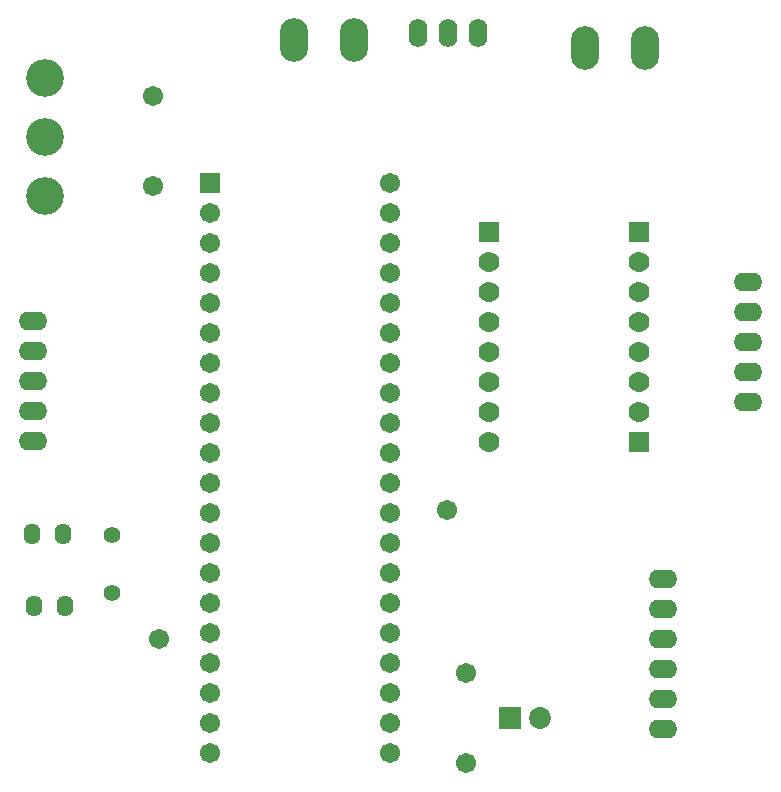
<source format=gbr>
%FSTAX23Y23*%
%MOIN*%
%SFA1B1*%

%IPPOS*%
%ADD26C,0.126110*%
%ADD27O,0.094614X0.145795*%
%ADD28O,0.062992X0.094488*%
%ADD29C,0.067055*%
%ADD30C,0.073000*%
%ADD31R,0.073000X0.073000*%
%ADD32O,0.094488X0.062992*%
%ADD33O,0.055244X0.070992*%
%ADD34C,0.055244*%
%ADD35R,0.067055X0.067055*%
%ADD36R,0.069417X0.069417*%
%ADD37C,0.069417*%
%ADD38C,0.067055*%
%LNpcb1_soldermask_bot-1*%
%LPD*%
G54D26*
X024Y03548D03*
Y03351D03*
Y03155D03*
G54D27*
X044Y0365D03*
X042D03*
X0343Y03675D03*
X0323D03*
G54D28*
X03845Y037D03*
X03745D03*
X03645D03*
G54D29*
X03805Y01565D03*
Y01265D03*
X0276Y0349D03*
Y0319D03*
X0355Y013D03*
Y014D03*
Y015D03*
Y016D03*
Y017D03*
Y018D03*
Y019D03*
Y02D03*
Y021D03*
Y022D03*
Y023D03*
Y024D03*
Y025D03*
Y026D03*
Y027D03*
Y028D03*
Y029D03*
Y03D03*
Y031D03*
Y032D03*
X0295Y013D03*
Y014D03*
Y015D03*
Y016D03*
Y017D03*
Y018D03*
Y019D03*
Y02D03*
Y021D03*
Y022D03*
Y023D03*
Y024D03*
Y025D03*
Y026D03*
Y027D03*
Y028D03*
Y029D03*
Y03D03*
Y031D03*
G54D30*
X0405Y01415D03*
G54D31*
X0395Y01415D03*
G54D32*
X0236Y0234D03*
Y0244D03*
Y0254D03*
Y0264D03*
Y0274D03*
X04745Y0247D03*
Y0257D03*
Y0267D03*
Y0277D03*
Y0287D03*
X0446Y0188D03*
Y0178D03*
Y0168D03*
Y0158D03*
Y0148D03*
Y0138D03*
G54D33*
X02461Y0203D03*
X02358D03*
X02466Y0179D03*
X02363D03*
G54D34*
X02625Y02026D03*
Y01833D03*
G54D35*
X0295Y032D03*
G54D36*
X0438Y02335D03*
Y03035D03*
X0388D03*
G54D37*
X0438Y02435D03*
Y02535D03*
Y02635D03*
Y02735D03*
Y02835D03*
Y02935D03*
X0388D03*
Y02835D03*
Y02735D03*
Y02635D03*
Y02535D03*
Y02435D03*
Y02335D03*
G54D38*
X0278Y0168D03*
X0374Y0211D03*
M02*
</source>
